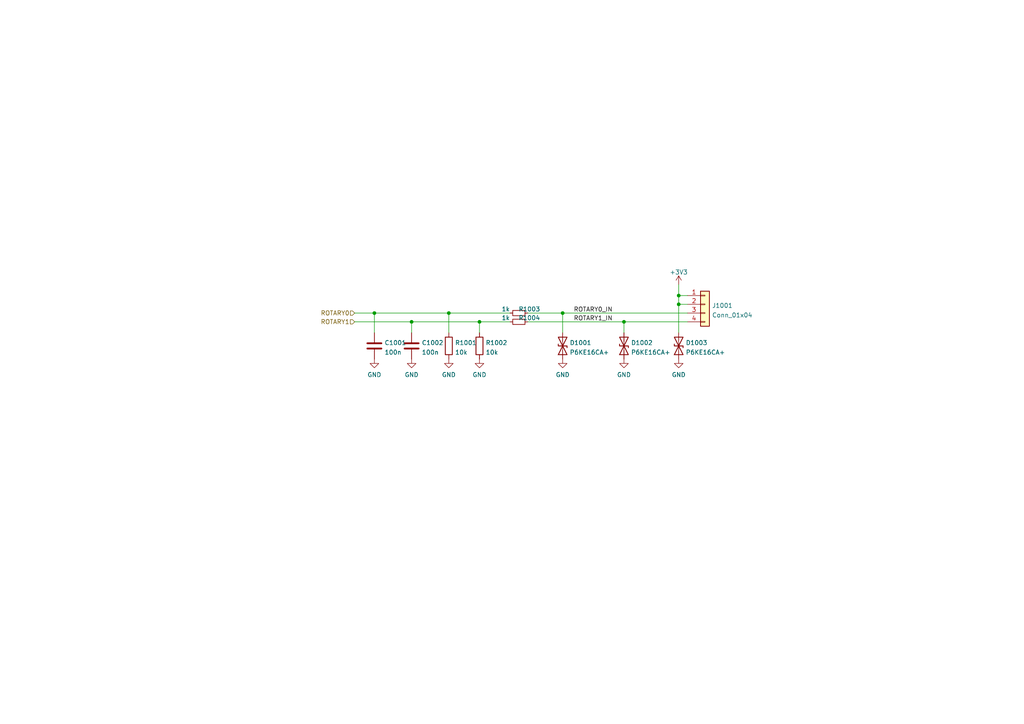
<source format=kicad_sch>
(kicad_sch (version 20211123) (generator eeschema)
  (paper "A4")
  (lib_symbols
    (symbol "Connector_Generic:Conn_01x04" (pin_names (offset 1.016) hide)
      (property "Reference" "J" (at 0 5.08 0))
      (property "Value" "Conn_01x04" (at 0 -7.62 0))
      (symbol "Conn_01x04_1_1"
        (rectangle (start -1.27 -4.953) (end 0 -5.207) (stroke (width 0.1524)))
        (rectangle (start -1.27 -2.413) (end 0 -2.667) (stroke (width 0.1524)))
        (rectangle (start -1.27 0.127) (end 0 -0.127) (stroke (width 0.1524)))
        (rectangle (start -1.27 2.667) (end 0 2.413) (stroke (width 0.1524)))
        (rectangle (start -1.27 3.81) (end 1.27 -6.35) (stroke (width 0.254)) (fill (type background)))
        (pin passive line (at -5.08 2.54 0) (length 3.81) (name "Pin_1") (number "1"))
        (pin passive line (at -5.08 0 0) (length 3.81) (name "Pin_2") (number "2"))
        (pin passive line (at -5.08 -2.54 0) (length 3.81) (name "Pin_3") (number "3"))
        (pin passive line (at -5.08 -5.08 0) (length 3.81) (name "Pin_4") (number "4"))
      )
    )
    (symbol "Device:C" (pin_numbers hide) (pin_names (offset 0.254))
      (property "Reference" "C" (at 0.635 2.54 0))
      (property "Value" "C" (at 0.635 -2.54 0))
      (symbol "C_0_1"
        (polyline (pts (xy -2.032 -0.762) (xy 2.032 -0.762)) (stroke (width 0.508)))
        (polyline (pts (xy -2.032 0.762) (xy 2.032 0.762)) (stroke (width 0.508)))
      )
      (symbol "C_1_1"
        (pin passive line (at 0 3.81 270) (length 2.794) (name "~") (number "1"))
        (pin passive line (at 0 -3.81 90) (length 2.794) (name "~") (number "2"))
      )
    )
    (symbol "Device:D_TVS" (pin_numbers hide) (pin_names (offset 1.016) hide)
      (property "Reference" "D" (at 0 2.54 0))
      (property "Value" "D_TVS" (at 0 -2.54 0))
      (symbol "D_TVS_0_1"
        (polyline (pts (xy 1.27 0) (xy -1.27 0)))
        (polyline (pts (xy 0.508 1.27) (xy 0 1.27) (xy 0 -1.27) (xy -0.508 -1.27)) (stroke (width 0.254)))
        (polyline (pts (xy -2.54 1.27) (xy -2.54 -1.27) (xy 2.54 1.27) (xy 2.54 -1.27) (xy -2.54 1.27)) (stroke (width 0.254)))
      )
      (symbol "D_TVS_1_1"
        (pin passive line (at -3.81 0 0) (length 2.54) (name "A1") (number "1"))
        (pin passive line (at 3.81 0 180) (length 2.54) (name "A2") (number "2"))
      )
    )
    (symbol "Device:R" (pin_numbers hide) (pin_names (offset 0))
      (property "Reference" "R" (at 2.032 0 90))
      (property "Value" "R" (at 0 0 90))
      (symbol "R_0_1"
        (rectangle (start -1.016 -2.54) (end 1.016 2.54) (stroke (width 0.254)))
      )
      (symbol "R_1_1"
        (pin passive line (at 0 3.81 270) (length 1.27) (name "~") (number "1"))
        (pin passive line (at 0 -3.81 90) (length 1.27) (name "~") (number "2"))
      )
    )
    (symbol "Device:R_Small" (pin_numbers hide) (pin_names (offset 0.254) hide)
      (property "Reference" "R" (at 0.762 0.508 0))
      (property "Value" "R_Small" (at 0.762 -1.016 0))
      (symbol "R_Small_0_1"
        (rectangle (start -0.762 1.778) (end 0.762 -1.778) (stroke (width 0.2032)))
      )
      (symbol "R_Small_1_1"
        (pin passive line (at 0 2.54 270) (length 0.762) (name "~") (number "1"))
        (pin passive line (at 0 -2.54 90) (length 0.762) (name "~") (number "2"))
      )
    )
    (symbol "power:+3.3V" (power) (pin_names (offset 0))
      (property "Value" "+3.3V" (at 0 3.556 0))
      (symbol "+3.3V_0_1"
        (polyline (pts (xy -0.762 1.27) (xy 0 2.54)))
        (polyline (pts (xy 0 0) (xy 0 2.54)))
        (polyline (pts (xy 0 2.54) (xy 0.762 1.27)))
      )
      (symbol "+3.3V_1_1"
        (pin power_in line (at 0 0 90) (length 0) hide (name "+3V3") (number "1"))
      )
    )
    (symbol "power:GND" (power) (pin_names (offset 0))
      (property "Value" "GND" (at 0 -3.81 0))
      (symbol "GND_0_1"
        (polyline (pts (xy 0 0) (xy 0 -1.27) (xy 1.27 -1.27) (xy 0 -2.54) (xy -1.27 -1.27) (xy 0 -1.27)))
      )
      (symbol "GND_1_1"
        (pin power_in line (at 0 0 270) (length 0) hide (name "GND") (number "1"))
      )
    )
  )
  (junction (at 196.85 85.725))
  (junction (at 108.585 90.805))
  (junction (at 163.195 90.805))
  (junction (at 139.065 93.345))
  (junction (at 180.975 93.345))
  (junction (at 130.175 90.805))
  (junction (at 196.85 88.265))
  (junction (at 119.38 93.345))
  (wire (pts (xy 108.585 90.805) (xy 108.585 96.52)))
  (wire (pts (xy 163.195 90.805) (xy 163.195 96.52)))
  (wire (pts (xy 139.065 93.345) (xy 139.065 96.52)))
  (wire (pts (xy 180.975 93.345) (xy 199.39 93.345)))
  (wire (pts (xy 180.975 93.345) (xy 180.975 96.52)))
  (wire (pts (xy 119.38 93.345) (xy 139.065 93.345)))
  (wire (pts (xy 108.585 90.805) (xy 130.175 90.805)))
  (wire (pts (xy 130.175 90.805) (xy 147.955 90.805)))
  (wire (pts (xy 196.85 82.55) (xy 196.85 85.725)))
  (wire (pts (xy 102.87 90.805) (xy 108.585 90.805)))
  (wire (pts (xy 196.85 85.725) (xy 199.39 85.725)))
  (wire (pts (xy 196.85 88.265) (xy 196.85 96.52)))
  (wire (pts (xy 196.85 85.725) (xy 196.85 88.265)))
  (wire (pts (xy 102.87 93.345) (xy 119.38 93.345)))
  (wire (pts (xy 199.39 90.805) (xy 163.195 90.805)))
  (wire (pts (xy 130.175 96.52) (xy 130.175 90.805)))
  (wire (pts (xy 196.85 88.265) (xy 199.39 88.265)))
  (wire (pts (xy 153.035 90.805) (xy 163.195 90.805)))
  (wire (pts (xy 119.38 93.345) (xy 119.38 96.52)))
  (wire (pts (xy 139.065 93.345) (xy 147.955 93.345)))
  (wire (pts (xy 153.035 93.345) (xy 180.975 93.345)))
  (label "ROTARY0_IN" (at 166.37 90.805 0))
  (label "ROTARY1_IN" (at 166.37 93.345 0))
  (hierarchical_label "ROTARY1" (shape input) (at 102.87 93.345 180))
  (hierarchical_label "ROTARY0" (shape input) (at 102.87 90.805 180))
  (symbol (lib_id "Connector_Generic:Conn_01x04") (at 204.47 88.265 0)
    (property "Reference" "J1001" (at 206.502 88.6265 0) (effects (justify left)))
    (property "Value" "Conn_01x04" (at 206.502 91.4016 0) (effects (justify left)))
    (property "Footprint" "TerminalBlock:TerminalBlock_bornier-4_P5.08mm" (effects hide))
  )
  (symbol (lib_id "Device:R_Small") (at 150.495 93.345 90)
    (property "Reference" "R1004" (at 153.543 92.202 90))
    (property "Value" "1k" (at 146.685 92.202 90))
    (property "Footprint" "Resistor_SMD:R_0603_1608Metric_Pad0.98x0.95mm_HandSolder" (effects hide))
  )
  (symbol (lib_id "power:GND") (at 108.585 104.14 0)
    (property "Reference" "#PWR01001" (effects hide))
    (property "Value" "GND" (at 108.585 108.7025 0))
  )
  (symbol (lib_id "Device:D_TVS") (at 163.195 100.33 90)
    (property "Reference" "D1001" (at 165.227 99.4215 90) (effects (justify right)))
    (property "Value" "P6KE16CA+" (at 165.227 102.1966 90) (effects (justify right)))
    (property "Footprint" "Diode_THT:D_DO-15_P2.54mm_Vertical_AnodeUp" (effects hide))
    (property "Datasheet" "https://www.farnell.com/datasheets/2861222.pdf" (effects hide))
  )
  (symbol (lib_id "Device:C") (at 119.38 100.33 0)
    (property "Reference" "C1002" (at 122.301 99.4215 0) (effects (justify left)))
    (property "Value" "100n" (at 122.301 102.1966 0) (effects (justify left)))
    (property "Footprint" "Capacitor_SMD:C_0603_1608Metric_Pad1.08x0.95mm_HandSolder" (effects hide))
  )
  (symbol (lib_id "Device:R_Small") (at 150.495 90.805 90)
    (property "Reference" "R1003" (at 153.543 89.662 90))
    (property "Value" "1k" (at 146.685 89.662 90))
    (property "Footprint" "Resistor_SMD:R_0603_1608Metric_Pad0.98x0.95mm_HandSolder" (effects hide))
  )
  (symbol (lib_id "power:GND") (at 139.065 104.14 0)
    (property "Reference" "#PWR01004" (effects hide))
    (property "Value" "GND" (at 139.065 108.7025 0))
  )
  (symbol (lib_id "power:GND") (at 130.175 104.14 0)
    (property "Reference" "#PWR01003" (effects hide))
    (property "Value" "GND" (at 130.175 108.7025 0))
  )
  (symbol (lib_id "Device:D_TVS") (at 180.975 100.33 90)
    (property "Reference" "D1002" (at 183.007 99.4215 90) (effects (justify right)))
    (property "Value" "P6KE16CA+" (at 183.007 102.1966 90) (effects (justify right)))
    (property "Footprint" "Diode_THT:D_DO-15_P2.54mm_Vertical_AnodeUp" (effects hide))
    (property "Datasheet" "https://www.farnell.com/datasheets/2861222.pdf" (effects hide))
  )
  (symbol (lib_id "power:GND") (at 180.975 104.14 0)
    (property "Reference" "#PWR01006" (effects hide))
    (property "Value" "GND" (at 180.975 108.7025 0))
  )
  (symbol (lib_id "power:GND") (at 196.85 104.14 0)
    (property "Reference" "#PWR01008" (effects hide))
    (property "Value" "GND" (at 196.85 108.7025 0))
  )
  (symbol (lib_id "Device:R") (at 130.175 100.33 0)
    (property "Reference" "R1001" (at 131.953 99.4215 0) (effects (justify left)))
    (property "Value" "10k" (at 131.953 102.1966 0) (effects (justify left)))
    (property "Footprint" "Resistor_SMD:R_0603_1608Metric_Pad0.98x0.95mm_HandSolder" (effects hide))
  )
  (symbol (lib_id "Device:C") (at 108.585 100.33 0)
    (property "Reference" "C1001" (at 111.506 99.4215 0) (effects (justify left)))
    (property "Value" "100n" (at 111.506 102.1966 0) (effects (justify left)))
    (property "Footprint" "Capacitor_SMD:C_0603_1608Metric_Pad1.08x0.95mm_HandSolder" (effects hide))
  )
  (symbol (lib_id "Device:R") (at 139.065 100.33 0)
    (property "Reference" "R1002" (at 140.843 99.4215 0) (effects (justify left)))
    (property "Value" "10k" (at 140.843 102.1966 0) (effects (justify left)))
    (property "Footprint" "Resistor_SMD:R_0603_1608Metric_Pad0.98x0.95mm_HandSolder" (effects hide))
  )
  (symbol (lib_id "power:GND") (at 119.38 104.14 0)
    (property "Reference" "#PWR01002" (effects hide))
    (property "Value" "GND" (at 119.38 108.7025 0))
  )
  (symbol (lib_id "power:GND") (at 163.195 104.14 0)
    (property "Reference" "#PWR01005" (effects hide))
    (property "Value" "GND" (at 163.195 108.7025 0))
  )
  (symbol (lib_id "Device:D_TVS") (at 196.85 100.33 90)
    (property "Reference" "D1003" (at 198.882 99.4215 90) (effects (justify right)))
    (property "Value" "P6KE16CA+" (at 198.882 102.1966 90) (effects (justify right)))
    (property "Footprint" "Diode_THT:D_DO-15_P2.54mm_Vertical_AnodeUp" (effects hide))
    (property "Datasheet" "https://www.farnell.com/datasheets/2861222.pdf" (effects hide))
  )
  (symbol (lib_id "power:+3.3V") (at 196.85 82.55 0)
    (property "Reference" "#PWR01007" (effects hide))
    (property "Value" "+3.3V" (at 196.85 78.9455 0))
  )
)
</source>
